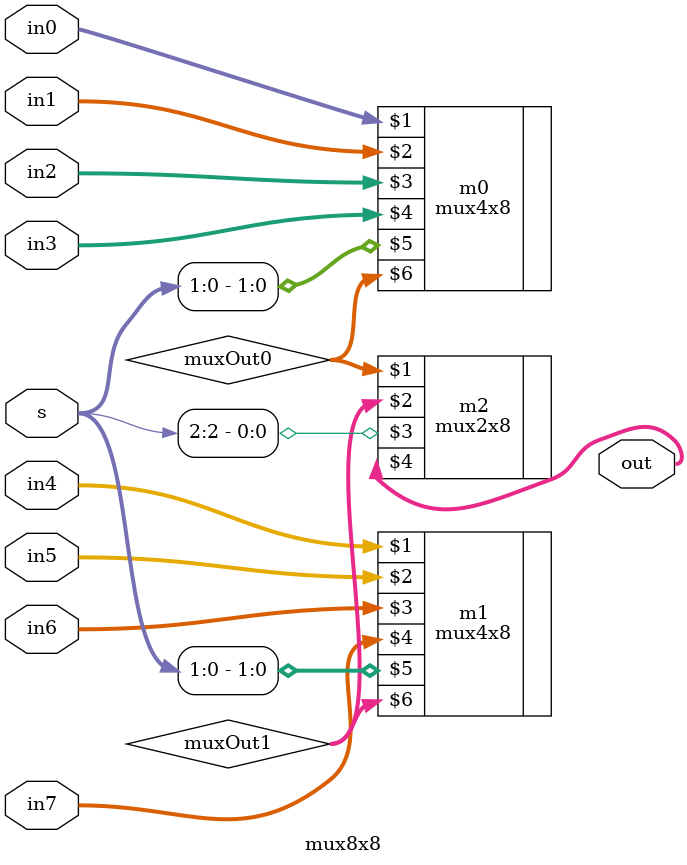
<source format=v>
module mux8x8 (
input [7:0] in0, in1, in2, in3, in4, in5, in6, in7,
input [2:0] s,
output [7:0] out
);

wire [7:0] muxOut0, muxOut1;

mux4x8 m0(in0, in1, in2, in3, s[1:0], muxOut0);
mux4x8 m1(in4, in5, in6, in7, s[1:0], muxOut1);
mux2x8 m2(muxOut0, muxOut1, s[2], out);


endmodule 
</source>
